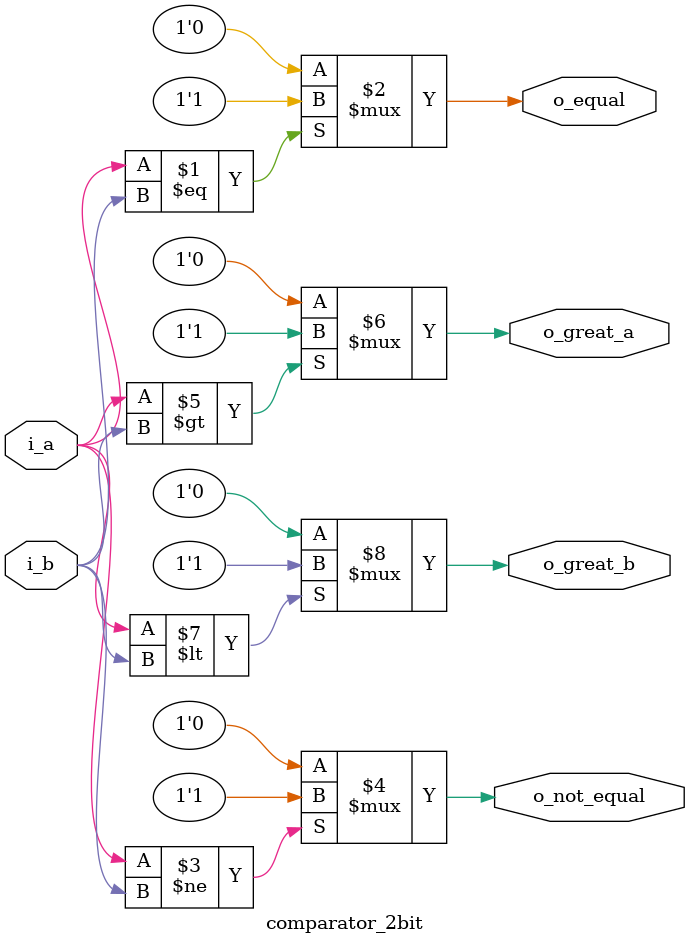
<source format=v>
module comparator_2bit (
    input    wire            i_a,
    input    wire            i_b,
    output   wire            o_equal,
    output   wire            o_not_equal,
    output   wire            o_great_a,
    output   wire            o_great_b
);

assign  o_equal      = (i_a == i_b) ? 1'b1 : 1'b0;
assign  o_not_equal  = (i_a != i_b) ? 1'b1 : 1'b0;
assign  o_great_a    = (i_a > i_b)  ? 1'b1 : 1'b0;
assign  o_great_b    = (i_a < i_b)  ? 1'b1 : 1'b0;

endmodule
</source>
